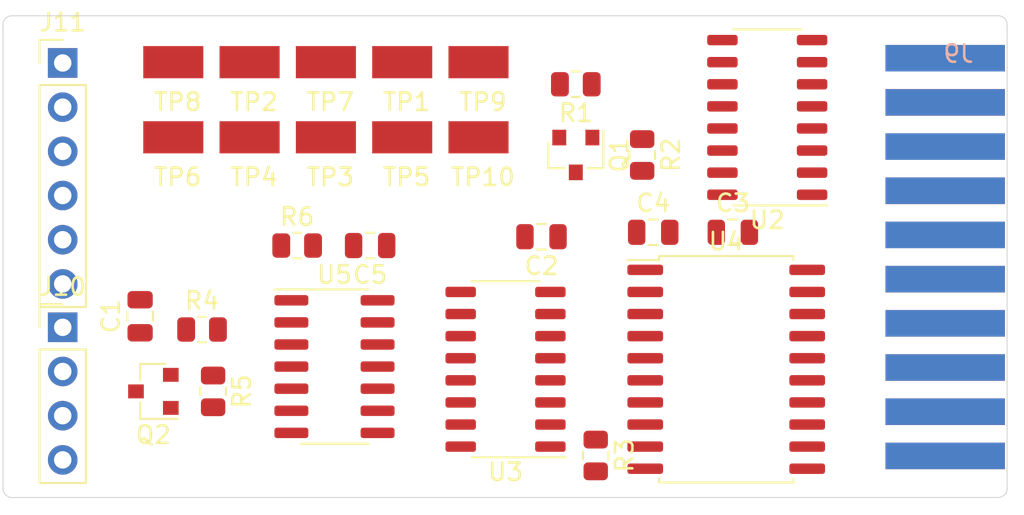
<source format=kicad_pcb>
(kicad_pcb (version 20171130) (host pcbnew "(5.1.7)-1")

  (general
    (thickness 1.6)
    (drawings 8)
    (tracks 0)
    (zones 0)
    (modules 30)
    (nets 48)
  )

  (page A4)
  (layers
    (0 F.Cu signal)
    (31 B.Cu signal)
    (32 B.Adhes user)
    (33 F.Adhes user)
    (34 B.Paste user)
    (35 F.Paste user)
    (36 B.SilkS user)
    (37 F.SilkS user)
    (38 B.Mask user)
    (39 F.Mask user)
    (40 Dwgs.User user hide)
    (41 Cmts.User user)
    (42 Eco1.User user)
    (43 Eco2.User user)
    (44 Edge.Cuts user)
    (45 Margin user)
    (46 B.CrtYd user)
    (47 F.CrtYd user)
    (48 B.Fab user)
    (49 F.Fab user)
  )

  (setup
    (last_trace_width 0.2032)
    (trace_clearance 0.2032)
    (zone_clearance 0.508)
    (zone_45_only no)
    (trace_min 0.2)
    (via_size 0.8)
    (via_drill 0.4)
    (via_min_size 0.4)
    (via_min_drill 0.3)
    (uvia_size 0.3)
    (uvia_drill 0.1)
    (uvias_allowed no)
    (uvia_min_size 0.2)
    (uvia_min_drill 0.1)
    (edge_width 0.05)
    (segment_width 0.2)
    (pcb_text_width 0.3)
    (pcb_text_size 1.5 1.5)
    (mod_edge_width 0.12)
    (mod_text_size 1 1)
    (mod_text_width 0.15)
    (pad_size 1.524 1.524)
    (pad_drill 0.762)
    (pad_to_mask_clearance 0)
    (aux_axis_origin 0 0)
    (visible_elements 7FFFFFFF)
    (pcbplotparams
      (layerselection 0x010fc_ffffffff)
      (usegerberextensions false)
      (usegerberattributes true)
      (usegerberadvancedattributes true)
      (creategerberjobfile true)
      (excludeedgelayer true)
      (linewidth 0.100000)
      (plotframeref false)
      (viasonmask false)
      (mode 1)
      (useauxorigin false)
      (hpglpennumber 1)
      (hpglpenspeed 20)
      (hpglpendiameter 15.000000)
      (psnegative false)
      (psa4output false)
      (plotreference true)
      (plotvalue true)
      (plotinvisibletext false)
      (padsonsilk false)
      (subtractmaskfromsilk false)
      (outputformat 1)
      (mirror false)
      (drillshape 1)
      (scaleselection 1)
      (outputdirectory ""))
  )

  (net 0 "")
  (net 1 GND)
  (net 2 VCC)
  (net 3 /14-VCC)
  (net 4 /244-VCC)
  (net 5 /DC)
  (net 6 /HS-GRN)
  (net 7 /EC-GRN)
  (net 8 /RX)
  (net 9 "Net-(J9-Pad15)")
  (net 10 /AA)
  (net 11 /OH)
  (net 12 /ANS-PB)
  (net 13 /PWR-PB)
  (net 14 /TR)
  (net 15 /CD)
  (net 16 "Net-(J9-Pad6)")
  (net 17 /TX)
  (net 18 /HS-Red)
  (net 19 /EC-Red)
  (net 20 "Net-(J9-Pad2)")
  (net 21 "Net-(J9-Pad1)")
  (net 22 "Net-(J10-Pad3)")
  (net 23 /Latch)
  (net 24 /Ser-Clock)
  (net 25 /Data-In)
  (net 26 "Net-(J11-Pad1)")
  (net 27 "Net-(Q1-Pad1)")
  (net 28 "Net-(Q2-Pad1)")
  (net 29 /Panel-En)
  (net 30 "Net-(R3-Pad1)")
  (net 31 "Net-(R4-Pad2)")
  (net 32 "Net-(R6-Pad1)")
  (net 33 "Net-(TP6-Pad1)")
  (net 34 "Net-(U2-Pad9)")
  (net 35 "Net-(U3-Pad15)")
  (net 36 "Net-(U3-Pad9)")
  (net 37 "Net-(U3-Pad3)")
  (net 38 "Net-(U3-Pad2)")
  (net 39 "Net-(U3-Pad1)")
  (net 40 "Net-(U4-Pad14)")
  (net 41 "Net-(U4-Pad13)")
  (net 42 "Net-(U4-Pad12)")
  (net 43 "Net-(U4-Pad11)")
  (net 44 /SH4)
  (net 45 /SH3)
  (net 46 /SH2)
  (net 47 /SH1)

  (net_class Default "This is the default net class."
    (clearance 0.2032)
    (trace_width 0.2032)
    (via_dia 0.8)
    (via_drill 0.4)
    (uvia_dia 0.3)
    (uvia_drill 0.1)
    (add_net /AA)
    (add_net /ANS-PB)
    (add_net /CD)
    (add_net /DC)
    (add_net /Data-In)
    (add_net /EC-GRN)
    (add_net /EC-Red)
    (add_net /HS-GRN)
    (add_net /HS-Red)
    (add_net /Latch)
    (add_net /OH)
    (add_net /PWR-PB)
    (add_net /Panel-En)
    (add_net /RX)
    (add_net /SH1)
    (add_net /SH2)
    (add_net /SH3)
    (add_net /SH4)
    (add_net /Ser-Clock)
    (add_net /TR)
    (add_net /TX)
    (add_net "Net-(J10-Pad3)")
    (add_net "Net-(J11-Pad1)")
    (add_net "Net-(J9-Pad1)")
    (add_net "Net-(J9-Pad15)")
    (add_net "Net-(J9-Pad2)")
    (add_net "Net-(J9-Pad6)")
    (add_net "Net-(Q1-Pad1)")
    (add_net "Net-(Q2-Pad1)")
    (add_net "Net-(R3-Pad1)")
    (add_net "Net-(R4-Pad2)")
    (add_net "Net-(R6-Pad1)")
    (add_net "Net-(TP6-Pad1)")
    (add_net "Net-(U2-Pad9)")
    (add_net "Net-(U3-Pad1)")
    (add_net "Net-(U3-Pad15)")
    (add_net "Net-(U3-Pad2)")
    (add_net "Net-(U3-Pad3)")
    (add_net "Net-(U3-Pad9)")
    (add_net "Net-(U4-Pad11)")
    (add_net "Net-(U4-Pad12)")
    (add_net "Net-(U4-Pad13)")
    (add_net "Net-(U4-Pad14)")
  )

  (net_class Power ""
    (clearance 0.2032)
    (trace_width 0.3048)
    (via_dia 0.8)
    (via_drill 0.4)
    (uvia_dia 0.3)
    (uvia_drill 0.1)
    (add_net /14-VCC)
    (add_net /244-VCC)
    (add_net GND)
    (add_net VCC)
  )

  (module "My Libraries:Harwin-S1751-46-Test Point" (layer F.Cu) (tedit 5F95BEB0) (tstamp 5F9634DF)
    (at 140.462 76.454)
    (path /5FADEA84)
    (fp_text reference TP10 (at 0.254 2.286) (layer F.SilkS)
      (effects (font (size 1 1) (thickness 0.15)))
    )
    (fp_text value TP_GND2 (at 0 -1.778) (layer F.Fab)
      (effects (font (size 1 1) (thickness 0.15)))
    )
    (pad 1 smd rect (at 0 0) (size 3.45 1.85) (layers F.Cu F.Paste F.Mask)
      (net 1 GND))
  )

  (module "My Libraries:Harwin-S1751-46-Test Point" (layer F.Cu) (tedit 5F95BEB0) (tstamp 5F9634DA)
    (at 140.462 72.136)
    (path /5FADE107)
    (fp_text reference TP9 (at 0.254 2.286) (layer F.SilkS)
      (effects (font (size 1 1) (thickness 0.15)))
    )
    (fp_text value TP_GND1 (at 0 -1.778) (layer F.Fab)
      (effects (font (size 1 1) (thickness 0.15)))
    )
    (pad 1 smd rect (at 0 0) (size 3.45 1.85) (layers F.Cu F.Paste F.Mask)
      (net 1 GND))
  )

  (module Package_SO:SOIC-14_3.9x8.7mm_P1.27mm (layer F.Cu) (tedit 5D9F72B1) (tstamp 5F95CB57)
    (at 132.191592 89.633827)
    (descr "SOIC, 14 Pin (JEDEC MS-012AB, https://www.analog.com/media/en/package-pcb-resources/package/pkg_pdf/soic_narrow-r/r_14.pdf), generated with kicad-footprint-generator ipc_gullwing_generator.py")
    (tags "SOIC SO")
    (path /5FA40302)
    (attr smd)
    (fp_text reference U5 (at 0 -5.28) (layer F.SilkS)
      (effects (font (size 1 1) (thickness 0.15)))
    )
    (fp_text value 74HCT74 (at 0 5.28) (layer F.Fab)
      (effects (font (size 1 1) (thickness 0.15)))
    )
    (fp_text user %R (at 0 0) (layer F.Fab)
      (effects (font (size 0.98 0.98) (thickness 0.15)))
    )
    (fp_line (start 0 4.435) (end 1.95 4.435) (layer F.SilkS) (width 0.12))
    (fp_line (start 0 4.435) (end -1.95 4.435) (layer F.SilkS) (width 0.12))
    (fp_line (start 0 -4.435) (end 1.95 -4.435) (layer F.SilkS) (width 0.12))
    (fp_line (start 0 -4.435) (end -3.45 -4.435) (layer F.SilkS) (width 0.12))
    (fp_line (start -0.975 -4.325) (end 1.95 -4.325) (layer F.Fab) (width 0.1))
    (fp_line (start 1.95 -4.325) (end 1.95 4.325) (layer F.Fab) (width 0.1))
    (fp_line (start 1.95 4.325) (end -1.95 4.325) (layer F.Fab) (width 0.1))
    (fp_line (start -1.95 4.325) (end -1.95 -3.35) (layer F.Fab) (width 0.1))
    (fp_line (start -1.95 -3.35) (end -0.975 -4.325) (layer F.Fab) (width 0.1))
    (fp_line (start -3.7 -4.58) (end -3.7 4.58) (layer F.CrtYd) (width 0.05))
    (fp_line (start -3.7 4.58) (end 3.7 4.58) (layer F.CrtYd) (width 0.05))
    (fp_line (start 3.7 4.58) (end 3.7 -4.58) (layer F.CrtYd) (width 0.05))
    (fp_line (start 3.7 -4.58) (end -3.7 -4.58) (layer F.CrtYd) (width 0.05))
    (pad 14 smd roundrect (at 2.475 -3.81) (size 1.95 0.6) (layers F.Cu F.Paste F.Mask) (roundrect_rratio 0.25)
      (net 3 /14-VCC))
    (pad 13 smd roundrect (at 2.475 -2.54) (size 1.95 0.6) (layers F.Cu F.Paste F.Mask) (roundrect_rratio 0.25))
    (pad 12 smd roundrect (at 2.475 -1.27) (size 1.95 0.6) (layers F.Cu F.Paste F.Mask) (roundrect_rratio 0.25))
    (pad 11 smd roundrect (at 2.475 0) (size 1.95 0.6) (layers F.Cu F.Paste F.Mask) (roundrect_rratio 0.25))
    (pad 10 smd roundrect (at 2.475 1.27) (size 1.95 0.6) (layers F.Cu F.Paste F.Mask) (roundrect_rratio 0.25))
    (pad 9 smd roundrect (at 2.475 2.54) (size 1.95 0.6) (layers F.Cu F.Paste F.Mask) (roundrect_rratio 0.25))
    (pad 8 smd roundrect (at 2.475 3.81) (size 1.95 0.6) (layers F.Cu F.Paste F.Mask) (roundrect_rratio 0.25))
    (pad 7 smd roundrect (at -2.475 3.81) (size 1.95 0.6) (layers F.Cu F.Paste F.Mask) (roundrect_rratio 0.25)
      (net 1 GND))
    (pad 6 smd roundrect (at -2.475 2.54) (size 1.95 0.6) (layers F.Cu F.Paste F.Mask) (roundrect_rratio 0.25)
      (net 33 "Net-(TP6-Pad1)"))
    (pad 5 smd roundrect (at -2.475 1.27) (size 1.95 0.6) (layers F.Cu F.Paste F.Mask) (roundrect_rratio 0.25)
      (net 28 "Net-(Q2-Pad1)"))
    (pad 4 smd roundrect (at -2.475 0) (size 1.95 0.6) (layers F.Cu F.Paste F.Mask) (roundrect_rratio 0.25)
      (net 31 "Net-(R4-Pad2)"))
    (pad 3 smd roundrect (at -2.475 -1.27) (size 1.95 0.6) (layers F.Cu F.Paste F.Mask) (roundrect_rratio 0.25)
      (net 13 /PWR-PB))
    (pad 2 smd roundrect (at -2.475 -2.54) (size 1.95 0.6) (layers F.Cu F.Paste F.Mask) (roundrect_rratio 0.25)
      (net 33 "Net-(TP6-Pad1)"))
    (pad 1 smd roundrect (at -2.475 -3.81) (size 1.95 0.6) (layers F.Cu F.Paste F.Mask) (roundrect_rratio 0.25)
      (net 32 "Net-(R6-Pad1)"))
    (model ${KISYS3DMOD}/Package_SO.3dshapes/SOIC-14_3.9x8.7mm_P1.27mm.wrl
      (at (xyz 0 0 0))
      (scale (xyz 1 1 1))
      (rotate (xyz 0 0 0))
    )
  )

  (module Package_SO:SOIC-20W_7.5x12.8mm_P1.27mm (layer F.Cu) (tedit 5D9F72B1) (tstamp 5F95D3F0)
    (at 154.686 89.789)
    (descr "SOIC, 20 Pin (JEDEC MS-013AC, https://www.analog.com/media/en/package-pcb-resources/package/233848rw_20.pdf), generated with kicad-footprint-generator ipc_gullwing_generator.py")
    (tags "SOIC SO")
    (path /5F77C786)
    (attr smd)
    (fp_text reference U4 (at 0 -7.35) (layer F.SilkS)
      (effects (font (size 1 1) (thickness 0.15)))
    )
    (fp_text value 74HCT245 (at 0 7.35) (layer F.Fab)
      (effects (font (size 1 1) (thickness 0.15)))
    )
    (fp_text user %R (at 0 0) (layer F.Fab)
      (effects (font (size 1 1) (thickness 0.15)))
    )
    (fp_line (start 0 6.51) (end 3.86 6.51) (layer F.SilkS) (width 0.12))
    (fp_line (start 3.86 6.51) (end 3.86 6.275) (layer F.SilkS) (width 0.12))
    (fp_line (start 0 6.51) (end -3.86 6.51) (layer F.SilkS) (width 0.12))
    (fp_line (start -3.86 6.51) (end -3.86 6.275) (layer F.SilkS) (width 0.12))
    (fp_line (start 0 -6.51) (end 3.86 -6.51) (layer F.SilkS) (width 0.12))
    (fp_line (start 3.86 -6.51) (end 3.86 -6.275) (layer F.SilkS) (width 0.12))
    (fp_line (start 0 -6.51) (end -3.86 -6.51) (layer F.SilkS) (width 0.12))
    (fp_line (start -3.86 -6.51) (end -3.86 -6.275) (layer F.SilkS) (width 0.12))
    (fp_line (start -3.86 -6.275) (end -5.675 -6.275) (layer F.SilkS) (width 0.12))
    (fp_line (start -2.75 -6.4) (end 3.75 -6.4) (layer F.Fab) (width 0.1))
    (fp_line (start 3.75 -6.4) (end 3.75 6.4) (layer F.Fab) (width 0.1))
    (fp_line (start 3.75 6.4) (end -3.75 6.4) (layer F.Fab) (width 0.1))
    (fp_line (start -3.75 6.4) (end -3.75 -5.4) (layer F.Fab) (width 0.1))
    (fp_line (start -3.75 -5.4) (end -2.75 -6.4) (layer F.Fab) (width 0.1))
    (fp_line (start -5.93 -6.65) (end -5.93 6.65) (layer F.CrtYd) (width 0.05))
    (fp_line (start -5.93 6.65) (end 5.93 6.65) (layer F.CrtYd) (width 0.05))
    (fp_line (start 5.93 6.65) (end 5.93 -6.65) (layer F.CrtYd) (width 0.05))
    (fp_line (start 5.93 -6.65) (end -5.93 -6.65) (layer F.CrtYd) (width 0.05))
    (pad 20 smd roundrect (at 4.65 -5.715) (size 2.05 0.6) (layers F.Cu F.Paste F.Mask) (roundrect_rratio 0.25)
      (net 4 /244-VCC))
    (pad 19 smd roundrect (at 4.65 -4.445) (size 2.05 0.6) (layers F.Cu F.Paste F.Mask) (roundrect_rratio 0.25)
      (net 1 GND))
    (pad 18 smd roundrect (at 4.65 -3.175) (size 2.05 0.6) (layers F.Cu F.Paste F.Mask) (roundrect_rratio 0.25)
      (net 15 /CD))
    (pad 17 smd roundrect (at 4.65 -1.905) (size 2.05 0.6) (layers F.Cu F.Paste F.Mask) (roundrect_rratio 0.25)
      (net 10 /AA))
    (pad 16 smd roundrect (at 4.65 -0.635) (size 2.05 0.6) (layers F.Cu F.Paste F.Mask) (roundrect_rratio 0.25)
      (net 14 /TR))
    (pad 15 smd roundrect (at 4.65 0.635) (size 2.05 0.6) (layers F.Cu F.Paste F.Mask) (roundrect_rratio 0.25)
      (net 11 /OH))
    (pad 14 smd roundrect (at 4.65 1.905) (size 2.05 0.6) (layers F.Cu F.Paste F.Mask) (roundrect_rratio 0.25)
      (net 40 "Net-(U4-Pad14)"))
    (pad 13 smd roundrect (at 4.65 3.175) (size 2.05 0.6) (layers F.Cu F.Paste F.Mask) (roundrect_rratio 0.25)
      (net 41 "Net-(U4-Pad13)"))
    (pad 12 smd roundrect (at 4.65 4.445) (size 2.05 0.6) (layers F.Cu F.Paste F.Mask) (roundrect_rratio 0.25)
      (net 42 "Net-(U4-Pad12)"))
    (pad 11 smd roundrect (at 4.65 5.715) (size 2.05 0.6) (layers F.Cu F.Paste F.Mask) (roundrect_rratio 0.25)
      (net 43 "Net-(U4-Pad11)"))
    (pad 10 smd roundrect (at -4.65 5.715) (size 2.05 0.6) (layers F.Cu F.Paste F.Mask) (roundrect_rratio 0.25)
      (net 1 GND))
    (pad 9 smd roundrect (at -4.65 4.445) (size 2.05 0.6) (layers F.Cu F.Paste F.Mask) (roundrect_rratio 0.25)
      (net 30 "Net-(R3-Pad1)"))
    (pad 8 smd roundrect (at -4.65 3.175) (size 2.05 0.6) (layers F.Cu F.Paste F.Mask) (roundrect_rratio 0.25)
      (net 30 "Net-(R3-Pad1)"))
    (pad 7 smd roundrect (at -4.65 1.905) (size 2.05 0.6) (layers F.Cu F.Paste F.Mask) (roundrect_rratio 0.25)
      (net 30 "Net-(R3-Pad1)"))
    (pad 6 smd roundrect (at -4.65 0.635) (size 2.05 0.6) (layers F.Cu F.Paste F.Mask) (roundrect_rratio 0.25)
      (net 30 "Net-(R3-Pad1)"))
    (pad 5 smd roundrect (at -4.65 -0.635) (size 2.05 0.6) (layers F.Cu F.Paste F.Mask) (roundrect_rratio 0.25)
      (net 47 /SH1))
    (pad 4 smd roundrect (at -4.65 -1.905) (size 2.05 0.6) (layers F.Cu F.Paste F.Mask) (roundrect_rratio 0.25)
      (net 46 /SH2))
    (pad 3 smd roundrect (at -4.65 -3.175) (size 2.05 0.6) (layers F.Cu F.Paste F.Mask) (roundrect_rratio 0.25)
      (net 45 /SH3))
    (pad 2 smd roundrect (at -4.65 -4.445) (size 2.05 0.6) (layers F.Cu F.Paste F.Mask) (roundrect_rratio 0.25)
      (net 44 /SH4))
    (pad 1 smd roundrect (at -4.65 -5.715) (size 2.05 0.6) (layers F.Cu F.Paste F.Mask) (roundrect_rratio 0.25)
      (net 4 /244-VCC))
    (model ${KISYS3DMOD}/Package_SO.3dshapes/SOIC-20W_7.5x12.8mm_P1.27mm.wrl
      (at (xyz 0 0 0))
      (scale (xyz 1 1 1))
      (rotate (xyz 0 0 0))
    )
  )

  (module Package_SO:SO-16_3.9x9.9mm_P1.27mm (layer F.Cu) (tedit 5E888720) (tstamp 5F95CB0C)
    (at 142.014 89.789 180)
    (descr "SO, 16 Pin (https://www.nxp.com/docs/en/package-information/SOT109-1.pdf), generated with kicad-footprint-generator ipc_gullwing_generator.py")
    (tags "SO SO")
    (path /5FBC1D4F)
    (attr smd)
    (fp_text reference U3 (at 0 -5.9) (layer F.SilkS)
      (effects (font (size 1 1) (thickness 0.15)))
    )
    (fp_text value 74HCT595 (at 0 5.9) (layer F.Fab)
      (effects (font (size 1 1) (thickness 0.15)))
    )
    (fp_text user %R (at 0 0) (layer F.Fab)
      (effects (font (size 0.98 0.98) (thickness 0.15)))
    )
    (fp_line (start 0 5.06) (end 1.95 5.06) (layer F.SilkS) (width 0.12))
    (fp_line (start 0 5.06) (end -1.95 5.06) (layer F.SilkS) (width 0.12))
    (fp_line (start 0 -5.06) (end 1.95 -5.06) (layer F.SilkS) (width 0.12))
    (fp_line (start 0 -5.06) (end -3.45 -5.06) (layer F.SilkS) (width 0.12))
    (fp_line (start -0.975 -4.95) (end 1.95 -4.95) (layer F.Fab) (width 0.1))
    (fp_line (start 1.95 -4.95) (end 1.95 4.95) (layer F.Fab) (width 0.1))
    (fp_line (start 1.95 4.95) (end -1.95 4.95) (layer F.Fab) (width 0.1))
    (fp_line (start -1.95 4.95) (end -1.95 -3.975) (layer F.Fab) (width 0.1))
    (fp_line (start -1.95 -3.975) (end -0.975 -4.95) (layer F.Fab) (width 0.1))
    (fp_line (start -3.7 -5.2) (end -3.7 5.2) (layer F.CrtYd) (width 0.05))
    (fp_line (start -3.7 5.2) (end 3.7 5.2) (layer F.CrtYd) (width 0.05))
    (fp_line (start 3.7 5.2) (end 3.7 -5.2) (layer F.CrtYd) (width 0.05))
    (fp_line (start 3.7 -5.2) (end -3.7 -5.2) (layer F.CrtYd) (width 0.05))
    (pad 16 smd roundrect (at 2.575 -4.445 180) (size 1.75 0.6) (layers F.Cu F.Paste F.Mask) (roundrect_rratio 0.25)
      (net 2 VCC))
    (pad 15 smd roundrect (at 2.575 -3.175 180) (size 1.75 0.6) (layers F.Cu F.Paste F.Mask) (roundrect_rratio 0.25)
      (net 35 "Net-(U3-Pad15)"))
    (pad 14 smd roundrect (at 2.575 -1.905 180) (size 1.75 0.6) (layers F.Cu F.Paste F.Mask) (roundrect_rratio 0.25)
      (net 34 "Net-(U2-Pad9)"))
    (pad 13 smd roundrect (at 2.575 -0.635 180) (size 1.75 0.6) (layers F.Cu F.Paste F.Mask) (roundrect_rratio 0.25)
      (net 1 GND))
    (pad 12 smd roundrect (at 2.575 0.635 180) (size 1.75 0.6) (layers F.Cu F.Paste F.Mask) (roundrect_rratio 0.25)
      (net 23 /Latch))
    (pad 11 smd roundrect (at 2.575 1.905 180) (size 1.75 0.6) (layers F.Cu F.Paste F.Mask) (roundrect_rratio 0.25)
      (net 24 /Ser-Clock))
    (pad 10 smd roundrect (at 2.575 3.175 180) (size 1.75 0.6) (layers F.Cu F.Paste F.Mask) (roundrect_rratio 0.25)
      (net 2 VCC))
    (pad 9 smd roundrect (at 2.575 4.445 180) (size 1.75 0.6) (layers F.Cu F.Paste F.Mask) (roundrect_rratio 0.25)
      (net 36 "Net-(U3-Pad9)"))
    (pad 8 smd roundrect (at -2.575 4.445 180) (size 1.75 0.6) (layers F.Cu F.Paste F.Mask) (roundrect_rratio 0.25)
      (net 1 GND))
    (pad 7 smd roundrect (at -2.575 3.175 180) (size 1.75 0.6) (layers F.Cu F.Paste F.Mask) (roundrect_rratio 0.25)
      (net 44 /SH4))
    (pad 6 smd roundrect (at -2.575 1.905 180) (size 1.75 0.6) (layers F.Cu F.Paste F.Mask) (roundrect_rratio 0.25)
      (net 45 /SH3))
    (pad 5 smd roundrect (at -2.575 0.635 180) (size 1.75 0.6) (layers F.Cu F.Paste F.Mask) (roundrect_rratio 0.25)
      (net 46 /SH2))
    (pad 4 smd roundrect (at -2.575 -0.635 180) (size 1.75 0.6) (layers F.Cu F.Paste F.Mask) (roundrect_rratio 0.25)
      (net 47 /SH1))
    (pad 3 smd roundrect (at -2.575 -1.905 180) (size 1.75 0.6) (layers F.Cu F.Paste F.Mask) (roundrect_rratio 0.25)
      (net 37 "Net-(U3-Pad3)"))
    (pad 2 smd roundrect (at -2.575 -3.175 180) (size 1.75 0.6) (layers F.Cu F.Paste F.Mask) (roundrect_rratio 0.25)
      (net 38 "Net-(U3-Pad2)"))
    (pad 1 smd roundrect (at -2.575 -4.445 180) (size 1.75 0.6) (layers F.Cu F.Paste F.Mask) (roundrect_rratio 0.25)
      (net 39 "Net-(U3-Pad1)"))
    (model ${KISYS3DMOD}/Package_SO.3dshapes/SO-16_3.9x9.9mm_P1.27mm.wrl
      (at (xyz 0 0 0))
      (scale (xyz 1 1 1))
      (rotate (xyz 0 0 0))
    )
  )

  (module Package_SO:SO-16_3.9x9.9mm_P1.27mm (layer F.Cu) (tedit 5E888720) (tstamp 5F95CAEA)
    (at 157.043 75.311 180)
    (descr "SO, 16 Pin (https://www.nxp.com/docs/en/package-information/SOT109-1.pdf), generated with kicad-footprint-generator ipc_gullwing_generator.py")
    (tags "SO SO")
    (path /5F77A4B5)
    (attr smd)
    (fp_text reference U2 (at 0 -5.9) (layer F.SilkS)
      (effects (font (size 1 1) (thickness 0.15)))
    )
    (fp_text value 74HCT595 (at 0 5.9) (layer F.Fab)
      (effects (font (size 1 1) (thickness 0.15)))
    )
    (fp_text user %R (at 0 0) (layer F.Fab)
      (effects (font (size 0.98 0.98) (thickness 0.15)))
    )
    (fp_line (start 0 5.06) (end 1.95 5.06) (layer F.SilkS) (width 0.12))
    (fp_line (start 0 5.06) (end -1.95 5.06) (layer F.SilkS) (width 0.12))
    (fp_line (start 0 -5.06) (end 1.95 -5.06) (layer F.SilkS) (width 0.12))
    (fp_line (start 0 -5.06) (end -3.45 -5.06) (layer F.SilkS) (width 0.12))
    (fp_line (start -0.975 -4.95) (end 1.95 -4.95) (layer F.Fab) (width 0.1))
    (fp_line (start 1.95 -4.95) (end 1.95 4.95) (layer F.Fab) (width 0.1))
    (fp_line (start 1.95 4.95) (end -1.95 4.95) (layer F.Fab) (width 0.1))
    (fp_line (start -1.95 4.95) (end -1.95 -3.975) (layer F.Fab) (width 0.1))
    (fp_line (start -1.95 -3.975) (end -0.975 -4.95) (layer F.Fab) (width 0.1))
    (fp_line (start -3.7 -5.2) (end -3.7 5.2) (layer F.CrtYd) (width 0.05))
    (fp_line (start -3.7 5.2) (end 3.7 5.2) (layer F.CrtYd) (width 0.05))
    (fp_line (start 3.7 5.2) (end 3.7 -5.2) (layer F.CrtYd) (width 0.05))
    (fp_line (start 3.7 -5.2) (end -3.7 -5.2) (layer F.CrtYd) (width 0.05))
    (pad 16 smd roundrect (at 2.575 -4.445 180) (size 1.75 0.6) (layers F.Cu F.Paste F.Mask) (roundrect_rratio 0.25)
      (net 2 VCC))
    (pad 15 smd roundrect (at 2.575 -3.175 180) (size 1.75 0.6) (layers F.Cu F.Paste F.Mask) (roundrect_rratio 0.25)
      (net 29 /Panel-En))
    (pad 14 smd roundrect (at 2.575 -1.905 180) (size 1.75 0.6) (layers F.Cu F.Paste F.Mask) (roundrect_rratio 0.25)
      (net 25 /Data-In))
    (pad 13 smd roundrect (at 2.575 -0.635 180) (size 1.75 0.6) (layers F.Cu F.Paste F.Mask) (roundrect_rratio 0.25)
      (net 1 GND))
    (pad 12 smd roundrect (at 2.575 0.635 180) (size 1.75 0.6) (layers F.Cu F.Paste F.Mask) (roundrect_rratio 0.25)
      (net 23 /Latch))
    (pad 11 smd roundrect (at 2.575 1.905 180) (size 1.75 0.6) (layers F.Cu F.Paste F.Mask) (roundrect_rratio 0.25)
      (net 24 /Ser-Clock))
    (pad 10 smd roundrect (at 2.575 3.175 180) (size 1.75 0.6) (layers F.Cu F.Paste F.Mask) (roundrect_rratio 0.25)
      (net 2 VCC))
    (pad 9 smd roundrect (at 2.575 4.445 180) (size 1.75 0.6) (layers F.Cu F.Paste F.Mask) (roundrect_rratio 0.25)
      (net 34 "Net-(U2-Pad9)"))
    (pad 8 smd roundrect (at -2.575 4.445 180) (size 1.75 0.6) (layers F.Cu F.Paste F.Mask) (roundrect_rratio 0.25)
      (net 1 GND))
    (pad 7 smd roundrect (at -2.575 3.175 180) (size 1.75 0.6) (layers F.Cu F.Paste F.Mask) (roundrect_rratio 0.25)
      (net 5 /DC))
    (pad 6 smd roundrect (at -2.575 1.905 180) (size 1.75 0.6) (layers F.Cu F.Paste F.Mask) (roundrect_rratio 0.25)
      (net 19 /EC-Red))
    (pad 5 smd roundrect (at -2.575 0.635 180) (size 1.75 0.6) (layers F.Cu F.Paste F.Mask) (roundrect_rratio 0.25)
      (net 6 /HS-GRN))
    (pad 4 smd roundrect (at -2.575 -0.635 180) (size 1.75 0.6) (layers F.Cu F.Paste F.Mask) (roundrect_rratio 0.25)
      (net 18 /HS-Red))
    (pad 3 smd roundrect (at -2.575 -1.905 180) (size 1.75 0.6) (layers F.Cu F.Paste F.Mask) (roundrect_rratio 0.25)
      (net 7 /EC-GRN))
    (pad 2 smd roundrect (at -2.575 -3.175 180) (size 1.75 0.6) (layers F.Cu F.Paste F.Mask) (roundrect_rratio 0.25)
      (net 8 /RX))
    (pad 1 smd roundrect (at -2.575 -4.445 180) (size 1.75 0.6) (layers F.Cu F.Paste F.Mask) (roundrect_rratio 0.25)
      (net 17 /TX))
    (model ${KISYS3DMOD}/Package_SO.3dshapes/SO-16_3.9x9.9mm_P1.27mm.wrl
      (at (xyz 0 0 0))
      (scale (xyz 1 1 1))
      (rotate (xyz 0 0 0))
    )
  )

  (module "My Libraries:Harwin-S1751-46-Test Point" (layer F.Cu) (tedit 5F95BEB0) (tstamp 5F962DCB)
    (at 122.936 72.136)
    (path /5FB23FA3)
    (fp_text reference TP8 (at 0.254 2.286) (layer F.SilkS)
      (effects (font (size 1 1) (thickness 0.15)))
    )
    (fp_text value TP_VCC (at 0 -1.778) (layer F.Fab)
      (effects (font (size 1 1) (thickness 0.15)))
    )
    (pad 1 smd rect (at 0 0) (size 3.45 1.85) (layers F.Cu F.Paste F.Mask)
      (net 2 VCC))
  )

  (module "My Libraries:Harwin-S1751-46-Test Point" (layer F.Cu) (tedit 5F95BEB0) (tstamp 5F95CAC3)
    (at 131.699 72.136)
    (path /5FB25055)
    (fp_text reference TP7 (at 0.254 2.286) (layer F.SilkS)
      (effects (font (size 1 1) (thickness 0.15)))
    )
    (fp_text value TP_14_VCC (at 0 -1.778) (layer F.Fab)
      (effects (font (size 1 1) (thickness 0.15)))
    )
    (pad 1 smd rect (at 0 0) (size 3.45 1.85) (layers F.Cu F.Paste F.Mask)
      (net 3 /14-VCC))
  )

  (module "My Libraries:Harwin-S1751-46-Test Point" (layer F.Cu) (tedit 5F95BEB0) (tstamp 5F962DB3)
    (at 122.936 76.454)
    (path /5FB1CAD2)
    (fp_text reference TP6 (at 0.254 2.286) (layer F.SilkS)
      (effects (font (size 1 1) (thickness 0.15)))
    )
    (fp_text value TP_74_Data (at 0 -1.778) (layer F.Fab)
      (effects (font (size 1 1) (thickness 0.15)))
    )
    (pad 1 smd rect (at 0 0) (size 3.45 1.85) (layers F.Cu F.Paste F.Mask)
      (net 33 "Net-(TP6-Pad1)"))
  )

  (module "My Libraries:Harwin-S1751-46-Test Point" (layer F.Cu) (tedit 5F95BEB0) (tstamp 5F95CAB9)
    (at 136.0805 76.454)
    (path /5F8355B8)
    (fp_text reference TP5 (at 0.254 2.286) (layer F.SilkS)
      (effects (font (size 1 1) (thickness 0.15)))
    )
    (fp_text value Latch (at 0 -1.778) (layer F.Fab)
      (effects (font (size 1 1) (thickness 0.15)))
    )
    (pad 1 smd rect (at 0 0) (size 3.45 1.85) (layers F.Cu F.Paste F.Mask)
      (net 23 /Latch))
  )

  (module "My Libraries:Harwin-S1751-46-Test Point" (layer F.Cu) (tedit 5F95BEB0) (tstamp 5F962DA7)
    (at 127.3175 76.454)
    (path /5F835151)
    (fp_text reference TP4 (at 0.254 2.286) (layer F.SilkS)
      (effects (font (size 1 1) (thickness 0.15)))
    )
    (fp_text value Clock (at 0 -1.778) (layer F.Fab)
      (effects (font (size 1 1) (thickness 0.15)))
    )
    (pad 1 smd rect (at 0 0) (size 3.45 1.85) (layers F.Cu F.Paste F.Mask)
      (net 24 /Ser-Clock))
  )

  (module "My Libraries:Harwin-S1751-46-Test Point" (layer F.Cu) (tedit 5F95BEB0) (tstamp 5F95CAAF)
    (at 131.699 76.454)
    (path /5F834004)
    (fp_text reference TP3 (at 0.254 2.286) (layer F.SilkS)
      (effects (font (size 1 1) (thickness 0.15)))
    )
    (fp_text value Data (at 0 -1.778) (layer F.Fab)
      (effects (font (size 1 1) (thickness 0.15)))
    )
    (pad 1 smd rect (at 0 0) (size 3.45 1.85) (layers F.Cu F.Paste F.Mask)
      (net 25 /Data-In))
  )

  (module "My Libraries:Harwin-S1751-46-Test Point" (layer F.Cu) (tedit 5F95BEB0) (tstamp 5F962DBF)
    (at 127.3175 72.136)
    (path /5FB52BDD)
    (fp_text reference TP2 (at 0.254 2.286) (layer F.SilkS)
      (effects (font (size 1 1) (thickness 0.15)))
    )
    (fp_text value TP_244_VCC (at 0 -1.778) (layer F.Fab)
      (effects (font (size 1 1) (thickness 0.15)))
    )
    (pad 1 smd rect (at 0 0) (size 3.45 1.85) (layers F.Cu F.Paste F.Mask)
      (net 4 /244-VCC))
  )

  (module "My Libraries:Harwin-S1751-46-Test Point" (layer F.Cu) (tedit 5F95BEB0) (tstamp 5F95CAA5)
    (at 136.0805 72.136)
    (path /5FB54A70)
    (fp_text reference TP1 (at 0.254 2.286) (layer F.SilkS)
      (effects (font (size 1 1) (thickness 0.15)))
    )
    (fp_text value TP_Panel_EN (at 0 -1.778) (layer F.Fab)
      (effects (font (size 1 1) (thickness 0.15)))
    )
    (pad 1 smd rect (at 0 0) (size 3.45 1.85) (layers F.Cu F.Paste F.Mask)
      (net 27 "Net-(Q1-Pad1)"))
  )

  (module Resistor_SMD:R_0805_2012Metric (layer F.Cu) (tedit 5F68FEEE) (tstamp 5F95CAA0)
    (at 130.048 82.677)
    (descr "Resistor SMD 0805 (2012 Metric), square (rectangular) end terminal, IPC_7351 nominal, (Body size source: IPC-SM-782 page 72, https://www.pcb-3d.com/wordpress/wp-content/uploads/ipc-sm-782a_amendment_1_and_2.pdf), generated with kicad-footprint-generator")
    (tags resistor)
    (path /5FABAB71)
    (attr smd)
    (fp_text reference R6 (at 0 -1.65) (layer F.SilkS)
      (effects (font (size 1 1) (thickness 0.15)))
    )
    (fp_text value 4k7 (at 0 1.65) (layer F.Fab)
      (effects (font (size 1 1) (thickness 0.15)))
    )
    (fp_text user %R (at 0 0) (layer F.Fab)
      (effects (font (size 0.5 0.5) (thickness 0.08)))
    )
    (fp_line (start -1 0.625) (end -1 -0.625) (layer F.Fab) (width 0.1))
    (fp_line (start -1 -0.625) (end 1 -0.625) (layer F.Fab) (width 0.1))
    (fp_line (start 1 -0.625) (end 1 0.625) (layer F.Fab) (width 0.1))
    (fp_line (start 1 0.625) (end -1 0.625) (layer F.Fab) (width 0.1))
    (fp_line (start -0.227064 -0.735) (end 0.227064 -0.735) (layer F.SilkS) (width 0.12))
    (fp_line (start -0.227064 0.735) (end 0.227064 0.735) (layer F.SilkS) (width 0.12))
    (fp_line (start -1.68 0.95) (end -1.68 -0.95) (layer F.CrtYd) (width 0.05))
    (fp_line (start -1.68 -0.95) (end 1.68 -0.95) (layer F.CrtYd) (width 0.05))
    (fp_line (start 1.68 -0.95) (end 1.68 0.95) (layer F.CrtYd) (width 0.05))
    (fp_line (start 1.68 0.95) (end -1.68 0.95) (layer F.CrtYd) (width 0.05))
    (pad 2 smd roundrect (at 0.9125 0) (size 1.025 1.4) (layers F.Cu F.Paste F.Mask) (roundrect_rratio 0.243902)
      (net 3 /14-VCC))
    (pad 1 smd roundrect (at -0.9125 0) (size 1.025 1.4) (layers F.Cu F.Paste F.Mask) (roundrect_rratio 0.243902)
      (net 32 "Net-(R6-Pad1)"))
    (model ${KISYS3DMOD}/Resistor_SMD.3dshapes/R_0805_2012Metric.wrl
      (at (xyz 0 0 0))
      (scale (xyz 1 1 1))
      (rotate (xyz 0 0 0))
    )
  )

  (module Resistor_SMD:R_0805_2012Metric (layer F.Cu) (tedit 5F68FEEE) (tstamp 5F95CA8F)
    (at 125.221999 91.059 270)
    (descr "Resistor SMD 0805 (2012 Metric), square (rectangular) end terminal, IPC_7351 nominal, (Body size source: IPC-SM-782 page 72, https://www.pcb-3d.com/wordpress/wp-content/uploads/ipc-sm-782a_amendment_1_and_2.pdf), generated with kicad-footprint-generator")
    (tags resistor)
    (path /5FA45DEA)
    (attr smd)
    (fp_text reference R5 (at 0 -1.65 90) (layer F.SilkS)
      (effects (font (size 1 1) (thickness 0.15)))
    )
    (fp_text value 4k7 (at 0 1.65 90) (layer F.Fab)
      (effects (font (size 1 1) (thickness 0.15)))
    )
    (fp_text user %R (at 0 0 90) (layer F.Fab)
      (effects (font (size 0.5 0.5) (thickness 0.08)))
    )
    (fp_line (start -1 0.625) (end -1 -0.625) (layer F.Fab) (width 0.1))
    (fp_line (start -1 -0.625) (end 1 -0.625) (layer F.Fab) (width 0.1))
    (fp_line (start 1 -0.625) (end 1 0.625) (layer F.Fab) (width 0.1))
    (fp_line (start 1 0.625) (end -1 0.625) (layer F.Fab) (width 0.1))
    (fp_line (start -0.227064 -0.735) (end 0.227064 -0.735) (layer F.SilkS) (width 0.12))
    (fp_line (start -0.227064 0.735) (end 0.227064 0.735) (layer F.SilkS) (width 0.12))
    (fp_line (start -1.68 0.95) (end -1.68 -0.95) (layer F.CrtYd) (width 0.05))
    (fp_line (start -1.68 -0.95) (end 1.68 -0.95) (layer F.CrtYd) (width 0.05))
    (fp_line (start 1.68 -0.95) (end 1.68 0.95) (layer F.CrtYd) (width 0.05))
    (fp_line (start 1.68 0.95) (end -1.68 0.95) (layer F.CrtYd) (width 0.05))
    (pad 2 smd roundrect (at 0.9125 0 270) (size 1.025 1.4) (layers F.Cu F.Paste F.Mask) (roundrect_rratio 0.243902)
      (net 28 "Net-(Q2-Pad1)"))
    (pad 1 smd roundrect (at -0.9125 0 270) (size 1.025 1.4) (layers F.Cu F.Paste F.Mask) (roundrect_rratio 0.243902)
      (net 3 /14-VCC))
    (model ${KISYS3DMOD}/Resistor_SMD.3dshapes/R_0805_2012Metric.wrl
      (at (xyz 0 0 0))
      (scale (xyz 1 1 1))
      (rotate (xyz 0 0 0))
    )
  )

  (module Resistor_SMD:R_0805_2012Metric (layer F.Cu) (tedit 5F68FEEE) (tstamp 5F95CA7E)
    (at 124.587 87.503)
    (descr "Resistor SMD 0805 (2012 Metric), square (rectangular) end terminal, IPC_7351 nominal, (Body size source: IPC-SM-782 page 72, https://www.pcb-3d.com/wordpress/wp-content/uploads/ipc-sm-782a_amendment_1_and_2.pdf), generated with kicad-footprint-generator")
    (tags resistor)
    (path /5FAEA1BD)
    (attr smd)
    (fp_text reference R4 (at 0 -1.65) (layer F.SilkS)
      (effects (font (size 1 1) (thickness 0.15)))
    )
    (fp_text value 4k7 (at 0 1.65) (layer F.Fab)
      (effects (font (size 1 1) (thickness 0.15)))
    )
    (fp_text user %R (at 0 0) (layer F.Fab)
      (effects (font (size 0.5 0.5) (thickness 0.08)))
    )
    (fp_line (start -1 0.625) (end -1 -0.625) (layer F.Fab) (width 0.1))
    (fp_line (start -1 -0.625) (end 1 -0.625) (layer F.Fab) (width 0.1))
    (fp_line (start 1 -0.625) (end 1 0.625) (layer F.Fab) (width 0.1))
    (fp_line (start 1 0.625) (end -1 0.625) (layer F.Fab) (width 0.1))
    (fp_line (start -0.227064 -0.735) (end 0.227064 -0.735) (layer F.SilkS) (width 0.12))
    (fp_line (start -0.227064 0.735) (end 0.227064 0.735) (layer F.SilkS) (width 0.12))
    (fp_line (start -1.68 0.95) (end -1.68 -0.95) (layer F.CrtYd) (width 0.05))
    (fp_line (start -1.68 -0.95) (end 1.68 -0.95) (layer F.CrtYd) (width 0.05))
    (fp_line (start 1.68 -0.95) (end 1.68 0.95) (layer F.CrtYd) (width 0.05))
    (fp_line (start 1.68 0.95) (end -1.68 0.95) (layer F.CrtYd) (width 0.05))
    (pad 2 smd roundrect (at 0.9125 0) (size 1.025 1.4) (layers F.Cu F.Paste F.Mask) (roundrect_rratio 0.243902)
      (net 31 "Net-(R4-Pad2)"))
    (pad 1 smd roundrect (at -0.9125 0) (size 1.025 1.4) (layers F.Cu F.Paste F.Mask) (roundrect_rratio 0.243902)
      (net 3 /14-VCC))
    (model ${KISYS3DMOD}/Resistor_SMD.3dshapes/R_0805_2012Metric.wrl
      (at (xyz 0 0 0))
      (scale (xyz 1 1 1))
      (rotate (xyz 0 0 0))
    )
  )

  (module Resistor_SMD:R_0805_2012Metric (layer F.Cu) (tedit 5F68FEEE) (tstamp 5F95CA6D)
    (at 147.193 94.742 270)
    (descr "Resistor SMD 0805 (2012 Metric), square (rectangular) end terminal, IPC_7351 nominal, (Body size source: IPC-SM-782 page 72, https://www.pcb-3d.com/wordpress/wp-content/uploads/ipc-sm-782a_amendment_1_and_2.pdf), generated with kicad-footprint-generator")
    (tags resistor)
    (path /5F7AB8EB)
    (attr smd)
    (fp_text reference R3 (at 0 -1.65 90) (layer F.SilkS)
      (effects (font (size 1 1) (thickness 0.15)))
    )
    (fp_text value 4k7 (at 0 1.65 90) (layer F.Fab)
      (effects (font (size 1 1) (thickness 0.15)))
    )
    (fp_text user %R (at 0 0 90) (layer F.Fab)
      (effects (font (size 0.5 0.5) (thickness 0.08)))
    )
    (fp_line (start -1 0.625) (end -1 -0.625) (layer F.Fab) (width 0.1))
    (fp_line (start -1 -0.625) (end 1 -0.625) (layer F.Fab) (width 0.1))
    (fp_line (start 1 -0.625) (end 1 0.625) (layer F.Fab) (width 0.1))
    (fp_line (start 1 0.625) (end -1 0.625) (layer F.Fab) (width 0.1))
    (fp_line (start -0.227064 -0.735) (end 0.227064 -0.735) (layer F.SilkS) (width 0.12))
    (fp_line (start -0.227064 0.735) (end 0.227064 0.735) (layer F.SilkS) (width 0.12))
    (fp_line (start -1.68 0.95) (end -1.68 -0.95) (layer F.CrtYd) (width 0.05))
    (fp_line (start -1.68 -0.95) (end 1.68 -0.95) (layer F.CrtYd) (width 0.05))
    (fp_line (start 1.68 -0.95) (end 1.68 0.95) (layer F.CrtYd) (width 0.05))
    (fp_line (start 1.68 0.95) (end -1.68 0.95) (layer F.CrtYd) (width 0.05))
    (pad 2 smd roundrect (at 0.9125 0 270) (size 1.025 1.4) (layers F.Cu F.Paste F.Mask) (roundrect_rratio 0.243902)
      (net 1 GND))
    (pad 1 smd roundrect (at -0.9125 0 270) (size 1.025 1.4) (layers F.Cu F.Paste F.Mask) (roundrect_rratio 0.243902)
      (net 30 "Net-(R3-Pad1)"))
    (model ${KISYS3DMOD}/Resistor_SMD.3dshapes/R_0805_2012Metric.wrl
      (at (xyz 0 0 0))
      (scale (xyz 1 1 1))
      (rotate (xyz 0 0 0))
    )
  )

  (module Resistor_SMD:R_0805_2012Metric (layer F.Cu) (tedit 5F68FEEE) (tstamp 5F95CA5C)
    (at 149.86 77.47 270)
    (descr "Resistor SMD 0805 (2012 Metric), square (rectangular) end terminal, IPC_7351 nominal, (Body size source: IPC-SM-782 page 72, https://www.pcb-3d.com/wordpress/wp-content/uploads/ipc-sm-782a_amendment_1_and_2.pdf), generated with kicad-footprint-generator")
    (tags resistor)
    (path /5F860BF9)
    (attr smd)
    (fp_text reference R2 (at 0 -1.65 90) (layer F.SilkS)
      (effects (font (size 1 1) (thickness 0.15)))
    )
    (fp_text value 1k (at 0 1.65 90) (layer F.Fab)
      (effects (font (size 1 1) (thickness 0.15)))
    )
    (fp_text user %R (at 0 0 90) (layer F.Fab)
      (effects (font (size 0.5 0.5) (thickness 0.08)))
    )
    (fp_line (start -1 0.625) (end -1 -0.625) (layer F.Fab) (width 0.1))
    (fp_line (start -1 -0.625) (end 1 -0.625) (layer F.Fab) (width 0.1))
    (fp_line (start 1 -0.625) (end 1 0.625) (layer F.Fab) (width 0.1))
    (fp_line (start 1 0.625) (end -1 0.625) (layer F.Fab) (width 0.1))
    (fp_line (start -0.227064 -0.735) (end 0.227064 -0.735) (layer F.SilkS) (width 0.12))
    (fp_line (start -0.227064 0.735) (end 0.227064 0.735) (layer F.SilkS) (width 0.12))
    (fp_line (start -1.68 0.95) (end -1.68 -0.95) (layer F.CrtYd) (width 0.05))
    (fp_line (start -1.68 -0.95) (end 1.68 -0.95) (layer F.CrtYd) (width 0.05))
    (fp_line (start 1.68 -0.95) (end 1.68 0.95) (layer F.CrtYd) (width 0.05))
    (fp_line (start 1.68 0.95) (end -1.68 0.95) (layer F.CrtYd) (width 0.05))
    (pad 2 smd roundrect (at 0.9125 0 270) (size 1.025 1.4) (layers F.Cu F.Paste F.Mask) (roundrect_rratio 0.243902)
      (net 29 /Panel-En))
    (pad 1 smd roundrect (at -0.9125 0 270) (size 1.025 1.4) (layers F.Cu F.Paste F.Mask) (roundrect_rratio 0.243902)
      (net 27 "Net-(Q1-Pad1)"))
    (model ${KISYS3DMOD}/Resistor_SMD.3dshapes/R_0805_2012Metric.wrl
      (at (xyz 0 0 0))
      (scale (xyz 1 1 1))
      (rotate (xyz 0 0 0))
    )
  )

  (module Resistor_SMD:R_0805_2012Metric (layer F.Cu) (tedit 5F68FEEE) (tstamp 5F95CA4B)
    (at 146.05 73.406 180)
    (descr "Resistor SMD 0805 (2012 Metric), square (rectangular) end terminal, IPC_7351 nominal, (Body size source: IPC-SM-782 page 72, https://www.pcb-3d.com/wordpress/wp-content/uploads/ipc-sm-782a_amendment_1_and_2.pdf), generated with kicad-footprint-generator")
    (tags resistor)
    (path /5F87C328)
    (attr smd)
    (fp_text reference R1 (at 0 -1.65) (layer F.SilkS)
      (effects (font (size 1 1) (thickness 0.15)))
    )
    (fp_text value 4k7 (at 0 1.65) (layer F.Fab)
      (effects (font (size 1 1) (thickness 0.15)))
    )
    (fp_text user %R (at 0 0) (layer F.Fab)
      (effects (font (size 0.5 0.5) (thickness 0.08)))
    )
    (fp_line (start -1 0.625) (end -1 -0.625) (layer F.Fab) (width 0.1))
    (fp_line (start -1 -0.625) (end 1 -0.625) (layer F.Fab) (width 0.1))
    (fp_line (start 1 -0.625) (end 1 0.625) (layer F.Fab) (width 0.1))
    (fp_line (start 1 0.625) (end -1 0.625) (layer F.Fab) (width 0.1))
    (fp_line (start -0.227064 -0.735) (end 0.227064 -0.735) (layer F.SilkS) (width 0.12))
    (fp_line (start -0.227064 0.735) (end 0.227064 0.735) (layer F.SilkS) (width 0.12))
    (fp_line (start -1.68 0.95) (end -1.68 -0.95) (layer F.CrtYd) (width 0.05))
    (fp_line (start -1.68 -0.95) (end 1.68 -0.95) (layer F.CrtYd) (width 0.05))
    (fp_line (start 1.68 -0.95) (end 1.68 0.95) (layer F.CrtYd) (width 0.05))
    (fp_line (start 1.68 0.95) (end -1.68 0.95) (layer F.CrtYd) (width 0.05))
    (pad 2 smd roundrect (at 0.9125 0 180) (size 1.025 1.4) (layers F.Cu F.Paste F.Mask) (roundrect_rratio 0.243902)
      (net 2 VCC))
    (pad 1 smd roundrect (at -0.9125 0 180) (size 1.025 1.4) (layers F.Cu F.Paste F.Mask) (roundrect_rratio 0.243902)
      (net 27 "Net-(Q1-Pad1)"))
    (model ${KISYS3DMOD}/Resistor_SMD.3dshapes/R_0805_2012Metric.wrl
      (at (xyz 0 0 0))
      (scale (xyz 1 1 1))
      (rotate (xyz 0 0 0))
    )
  )

  (module Package_TO_SOT_SMD:SOT-23 (layer F.Cu) (tedit 5A02FF57) (tstamp 5F95CA3A)
    (at 121.793 91.059 180)
    (descr "SOT-23, Standard")
    (tags SOT-23)
    (path /5FA44B31)
    (attr smd)
    (fp_text reference Q2 (at 0 -2.5) (layer F.SilkS)
      (effects (font (size 1 1) (thickness 0.15)))
    )
    (fp_text value P-NMOS (at 0 2.5) (layer F.Fab)
      (effects (font (size 1 1) (thickness 0.15)))
    )
    (fp_text user %R (at 0 0 90) (layer F.Fab)
      (effects (font (size 0.5 0.5) (thickness 0.075)))
    )
    (fp_line (start -0.7 -0.95) (end -0.7 1.5) (layer F.Fab) (width 0.1))
    (fp_line (start -0.15 -1.52) (end 0.7 -1.52) (layer F.Fab) (width 0.1))
    (fp_line (start -0.7 -0.95) (end -0.15 -1.52) (layer F.Fab) (width 0.1))
    (fp_line (start 0.7 -1.52) (end 0.7 1.52) (layer F.Fab) (width 0.1))
    (fp_line (start -0.7 1.52) (end 0.7 1.52) (layer F.Fab) (width 0.1))
    (fp_line (start 0.76 1.58) (end 0.76 0.65) (layer F.SilkS) (width 0.12))
    (fp_line (start 0.76 -1.58) (end 0.76 -0.65) (layer F.SilkS) (width 0.12))
    (fp_line (start -1.7 -1.75) (end 1.7 -1.75) (layer F.CrtYd) (width 0.05))
    (fp_line (start 1.7 -1.75) (end 1.7 1.75) (layer F.CrtYd) (width 0.05))
    (fp_line (start 1.7 1.75) (end -1.7 1.75) (layer F.CrtYd) (width 0.05))
    (fp_line (start -1.7 1.75) (end -1.7 -1.75) (layer F.CrtYd) (width 0.05))
    (fp_line (start 0.76 -1.58) (end -1.4 -1.58) (layer F.SilkS) (width 0.12))
    (fp_line (start 0.76 1.58) (end -0.7 1.58) (layer F.SilkS) (width 0.12))
    (pad 3 smd rect (at 1 0 180) (size 0.9 0.8) (layers F.Cu F.Paste F.Mask)
      (net 2 VCC))
    (pad 2 smd rect (at -1 0.95 180) (size 0.9 0.8) (layers F.Cu F.Paste F.Mask)
      (net 3 /14-VCC))
    (pad 1 smd rect (at -1 -0.95 180) (size 0.9 0.8) (layers F.Cu F.Paste F.Mask)
      (net 28 "Net-(Q2-Pad1)"))
    (model ${KISYS3DMOD}/Package_TO_SOT_SMD.3dshapes/SOT-23.wrl
      (at (xyz 0 0 0))
      (scale (xyz 1 1 1))
      (rotate (xyz 0 0 0))
    )
  )

  (module Package_TO_SOT_SMD:SOT-23 (layer F.Cu) (tedit 5A02FF57) (tstamp 5F95CA25)
    (at 146.05 77.47 270)
    (descr "SOT-23, Standard")
    (tags SOT-23)
    (path /5FB50DBB)
    (attr smd)
    (fp_text reference Q1 (at 0 -2.5 90) (layer F.SilkS)
      (effects (font (size 1 1) (thickness 0.15)))
    )
    (fp_text value P-NMOS (at 0 2.5 90) (layer F.Fab)
      (effects (font (size 1 1) (thickness 0.15)))
    )
    (fp_text user %R (at 0 0) (layer F.Fab)
      (effects (font (size 0.5 0.5) (thickness 0.075)))
    )
    (fp_line (start -0.7 -0.95) (end -0.7 1.5) (layer F.Fab) (width 0.1))
    (fp_line (start -0.15 -1.52) (end 0.7 -1.52) (layer F.Fab) (width 0.1))
    (fp_line (start -0.7 -0.95) (end -0.15 -1.52) (layer F.Fab) (width 0.1))
    (fp_line (start 0.7 -1.52) (end 0.7 1.52) (layer F.Fab) (width 0.1))
    (fp_line (start -0.7 1.52) (end 0.7 1.52) (layer F.Fab) (width 0.1))
    (fp_line (start 0.76 1.58) (end 0.76 0.65) (layer F.SilkS) (width 0.12))
    (fp_line (start 0.76 -1.58) (end 0.76 -0.65) (layer F.SilkS) (width 0.12))
    (fp_line (start -1.7 -1.75) (end 1.7 -1.75) (layer F.CrtYd) (width 0.05))
    (fp_line (start 1.7 -1.75) (end 1.7 1.75) (layer F.CrtYd) (width 0.05))
    (fp_line (start 1.7 1.75) (end -1.7 1.75) (layer F.CrtYd) (width 0.05))
    (fp_line (start -1.7 1.75) (end -1.7 -1.75) (layer F.CrtYd) (width 0.05))
    (fp_line (start 0.76 -1.58) (end -1.4 -1.58) (layer F.SilkS) (width 0.12))
    (fp_line (start 0.76 1.58) (end -0.7 1.58) (layer F.SilkS) (width 0.12))
    (pad 3 smd rect (at 1 0 270) (size 0.9 0.8) (layers F.Cu F.Paste F.Mask)
      (net 4 /244-VCC))
    (pad 2 smd rect (at -1 0.95 270) (size 0.9 0.8) (layers F.Cu F.Paste F.Mask)
      (net 2 VCC))
    (pad 1 smd rect (at -1 -0.95 270) (size 0.9 0.8) (layers F.Cu F.Paste F.Mask)
      (net 27 "Net-(Q1-Pad1)"))
    (model ${KISYS3DMOD}/Package_TO_SOT_SMD.3dshapes/SOT-23.wrl
      (at (xyz 0 0 0))
      (scale (xyz 1 1 1))
      (rotate (xyz 0 0 0))
    )
  )

  (module Connector_PinHeader_2.54mm:PinHeader_1x06_P2.54mm_Vertical (layer F.Cu) (tedit 59FED5CC) (tstamp 5F95CA10)
    (at 116.586 72.182)
    (descr "Through hole straight pin header, 1x06, 2.54mm pitch, single row")
    (tags "Through hole pin header THT 1x06 2.54mm single row")
    (path /5FB5DFCC)
    (fp_text reference J11 (at 0 -2.33) (layer F.SilkS)
      (effects (font (size 1 1) (thickness 0.15)))
    )
    (fp_text value PWR_HDR (at 0 15.03) (layer F.Fab)
      (effects (font (size 1 1) (thickness 0.15)))
    )
    (fp_text user %R (at 0 6.35 90) (layer F.Fab)
      (effects (font (size 1 1) (thickness 0.15)))
    )
    (fp_line (start -0.635 -1.27) (end 1.27 -1.27) (layer F.Fab) (width 0.1))
    (fp_line (start 1.27 -1.27) (end 1.27 13.97) (layer F.Fab) (width 0.1))
    (fp_line (start 1.27 13.97) (end -1.27 13.97) (layer F.Fab) (width 0.1))
    (fp_line (start -1.27 13.97) (end -1.27 -0.635) (layer F.Fab) (width 0.1))
    (fp_line (start -1.27 -0.635) (end -0.635 -1.27) (layer F.Fab) (width 0.1))
    (fp_line (start -1.33 14.03) (end 1.33 14.03) (layer F.SilkS) (width 0.12))
    (fp_line (start -1.33 1.27) (end -1.33 14.03) (layer F.SilkS) (width 0.12))
    (fp_line (start 1.33 1.27) (end 1.33 14.03) (layer F.SilkS) (width 0.12))
    (fp_line (start -1.33 1.27) (end 1.33 1.27) (layer F.SilkS) (width 0.12))
    (fp_line (start -1.33 0) (end -1.33 -1.33) (layer F.SilkS) (width 0.12))
    (fp_line (start -1.33 -1.33) (end 0 -1.33) (layer F.SilkS) (width 0.12))
    (fp_line (start -1.8 -1.8) (end -1.8 14.5) (layer F.CrtYd) (width 0.05))
    (fp_line (start -1.8 14.5) (end 1.8 14.5) (layer F.CrtYd) (width 0.05))
    (fp_line (start 1.8 14.5) (end 1.8 -1.8) (layer F.CrtYd) (width 0.05))
    (fp_line (start 1.8 -1.8) (end -1.8 -1.8) (layer F.CrtYd) (width 0.05))
    (pad 6 thru_hole oval (at 0 12.7) (size 1.7 1.7) (drill 1) (layers *.Cu *.Mask)
      (net 1 GND))
    (pad 5 thru_hole oval (at 0 10.16) (size 1.7 1.7) (drill 1) (layers *.Cu *.Mask)
      (net 12 /ANS-PB))
    (pad 4 thru_hole oval (at 0 7.62) (size 1.7 1.7) (drill 1) (layers *.Cu *.Mask)
      (net 23 /Latch))
    (pad 3 thru_hole oval (at 0 5.08) (size 1.7 1.7) (drill 1) (layers *.Cu *.Mask)
      (net 24 /Ser-Clock))
    (pad 2 thru_hole oval (at 0 2.54) (size 1.7 1.7) (drill 1) (layers *.Cu *.Mask)
      (net 25 /Data-In))
    (pad 1 thru_hole rect (at 0 0) (size 1.7 1.7) (drill 1) (layers *.Cu *.Mask)
      (net 26 "Net-(J11-Pad1)"))
    (model ${KISYS3DMOD}/Connector_PinHeader_2.54mm.3dshapes/PinHeader_1x06_P2.54mm_Vertical.wrl
      (at (xyz 0 0 0))
      (scale (xyz 1 1 1))
      (rotate (xyz 0 0 0))
    )
  )

  (module Connector_PinHeader_2.54mm:PinHeader_1x04_P2.54mm_Vertical (layer F.Cu) (tedit 59FED5CC) (tstamp 5F95C9F6)
    (at 116.586 87.376)
    (descr "Through hole straight pin header, 1x04, 2.54mm pitch, single row")
    (tags "Through hole pin header THT 1x04 2.54mm single row")
    (path /5FB25D99)
    (fp_text reference J10 (at 0 -2.33) (layer F.SilkS)
      (effects (font (size 1 1) (thickness 0.15)))
    )
    (fp_text value PWR_HDR (at 0 9.95) (layer F.Fab)
      (effects (font (size 1 1) (thickness 0.15)))
    )
    (fp_text user %R (at 0 3.81 90) (layer F.Fab)
      (effects (font (size 1 1) (thickness 0.15)))
    )
    (fp_line (start -0.635 -1.27) (end 1.27 -1.27) (layer F.Fab) (width 0.1))
    (fp_line (start 1.27 -1.27) (end 1.27 8.89) (layer F.Fab) (width 0.1))
    (fp_line (start 1.27 8.89) (end -1.27 8.89) (layer F.Fab) (width 0.1))
    (fp_line (start -1.27 8.89) (end -1.27 -0.635) (layer F.Fab) (width 0.1))
    (fp_line (start -1.27 -0.635) (end -0.635 -1.27) (layer F.Fab) (width 0.1))
    (fp_line (start -1.33 8.95) (end 1.33 8.95) (layer F.SilkS) (width 0.12))
    (fp_line (start -1.33 1.27) (end -1.33 8.95) (layer F.SilkS) (width 0.12))
    (fp_line (start 1.33 1.27) (end 1.33 8.95) (layer F.SilkS) (width 0.12))
    (fp_line (start -1.33 1.27) (end 1.33 1.27) (layer F.SilkS) (width 0.12))
    (fp_line (start -1.33 0) (end -1.33 -1.33) (layer F.SilkS) (width 0.12))
    (fp_line (start -1.33 -1.33) (end 0 -1.33) (layer F.SilkS) (width 0.12))
    (fp_line (start -1.8 -1.8) (end -1.8 9.4) (layer F.CrtYd) (width 0.05))
    (fp_line (start -1.8 9.4) (end 1.8 9.4) (layer F.CrtYd) (width 0.05))
    (fp_line (start 1.8 9.4) (end 1.8 -1.8) (layer F.CrtYd) (width 0.05))
    (fp_line (start 1.8 -1.8) (end -1.8 -1.8) (layer F.CrtYd) (width 0.05))
    (pad 4 thru_hole oval (at 0 7.62) (size 1.7 1.7) (drill 1) (layers *.Cu *.Mask)
      (net 1 GND))
    (pad 3 thru_hole oval (at 0 5.08) (size 1.7 1.7) (drill 1) (layers *.Cu *.Mask)
      (net 22 "Net-(J10-Pad3)"))
    (pad 2 thru_hole oval (at 0 2.54) (size 1.7 1.7) (drill 1) (layers *.Cu *.Mask)
      (net 3 /14-VCC))
    (pad 1 thru_hole rect (at 0 0) (size 1.7 1.7) (drill 1) (layers *.Cu *.Mask)
      (net 2 VCC))
    (model ${KISYS3DMOD}/Connector_PinHeader_2.54mm.3dshapes/PinHeader_1x04_P2.54mm_Vertical.wrl
      (at (xyz 0 0 0))
      (scale (xyz 1 1 1))
      (rotate (xyz 0 0 0))
    )
  )

  (module "My Libraries:Edge_10mil_2x10" (layer B.Cu) (tedit 5F95BCBA) (tstamp 5F95C9DE)
    (at 167.259 83.3374 180)
    (path /5F782823)
    (fp_text reference J9 (at -0.762 11.684) (layer B.SilkS)
      (effects (font (size 1 1) (thickness 0.15)) (justify mirror))
    )
    (fp_text value Front_Panel (at 0 13.208) (layer B.Fab)
      (effects (font (size 1 1) (thickness 0.15)) (justify mirror))
    )
    (fp_line (start 6.858 -13.81) (end -3.556 -13.81) (layer Dwgs.User) (width 0.12))
    (fp_line (start 6.858 13.81) (end -3.556 13.81) (layer Dwgs.User) (width 0.12))
    (fp_line (start -3.556 13.81) (end -3.556 -13.81) (layer Dwgs.User) (width 0.12))
    (pad 20 connect rect (at 0 11.43 180) (size 6.858 1.524) (layers F.Cu B.Mask)
      (net 4 /244-VCC))
    (pad 19 connect rect (at 0 8.89 180) (size 6.858 1.524) (layers F.Cu B.Mask)
      (net 5 /DC))
    (pad 18 connect rect (at 0 6.35 180) (size 6.858 1.524) (layers F.Cu B.Mask)
      (net 6 /HS-GRN))
    (pad 17 connect rect (at 0 3.81 180) (size 6.858 1.524) (layers F.Cu B.Mask)
      (net 7 /EC-GRN))
    (pad 16 connect rect (at 0 1.27 180) (size 6.858 1.524) (layers F.Cu B.Mask)
      (net 8 /RX))
    (pad 15 connect rect (at 0 -1.27 180) (size 6.858 1.524) (layers F.Cu B.Mask)
      (net 9 "Net-(J9-Pad15)"))
    (pad 14 connect rect (at 0 -3.81 180) (size 6.858 1.524) (layers F.Cu B.Mask)
      (net 10 /AA))
    (pad 13 connect rect (at 0 -6.35 180) (size 6.858 1.524) (layers F.Cu B.Mask)
      (net 11 /OH))
    (pad 12 connect rect (at 0 -8.89 180) (size 6.858 1.524) (layers F.Cu B.Mask)
      (net 3 /14-VCC))
    (pad 11 connect rect (at 0 -11.43 180) (size 6.858 1.524) (layers F.Cu B.Mask)
      (net 1 GND))
    (pad 10 connect rect (at 0 -11.43 180) (size 6.858 1.524) (layers B.Cu B.Mask)
      (net 12 /ANS-PB))
    (pad 9 connect rect (at 0 -8.89 180) (size 6.858 1.524) (layers B.Cu B.Mask)
      (net 13 /PWR-PB))
    (pad 8 connect rect (at 0 -6.35 180) (size 6.858 1.524) (layers B.Cu B.Mask)
      (net 14 /TR))
    (pad 7 connect rect (at 0 -3.81 180) (size 6.858 1.524) (layers B.Cu B.Mask)
      (net 15 /CD))
    (pad 6 connect rect (at 0 -1.27 180) (size 6.858 1.524) (layers B.Cu B.Mask)
      (net 16 "Net-(J9-Pad6)"))
    (pad 5 connect rect (at 0 1.27 180) (size 6.858 1.524) (layers B.Cu B.Mask)
      (net 17 /TX))
    (pad 4 connect rect (at 0 3.81 180) (size 6.858 1.524) (layers B.Cu B.Mask)
      (net 18 /HS-Red))
    (pad 3 connect rect (at 0 6.35 180) (size 6.858 1.524) (layers B.Cu B.Mask)
      (net 19 /EC-Red))
    (pad 2 connect rect (at 0 8.89 180) (size 6.858 1.524) (layers B.Cu B.Mask)
      (net 20 "Net-(J9-Pad2)"))
    (pad 1 connect rect (at 0 11.43 180) (size 6.858 1.524) (layers B.Cu B.Mask)
      (net 21 "Net-(J9-Pad1)"))
  )

  (module Capacitor_SMD:C_0805_2012Metric (layer F.Cu) (tedit 5F68FEEE) (tstamp 5F95C9C6)
    (at 134.239 82.677 180)
    (descr "Capacitor SMD 0805 (2012 Metric), square (rectangular) end terminal, IPC_7351 nominal, (Body size source: IPC-SM-782 page 76, https://www.pcb-3d.com/wordpress/wp-content/uploads/ipc-sm-782a_amendment_1_and_2.pdf, https://docs.google.com/spreadsheets/d/1BsfQQcO9C6DZCsRaXUlFlo91Tg2WpOkGARC1WS5S8t0/edit?usp=sharing), generated with kicad-footprint-generator")
    (tags capacitor)
    (path /5FA7D935)
    (attr smd)
    (fp_text reference C5 (at 0 -1.68) (layer F.SilkS)
      (effects (font (size 1 1) (thickness 0.15)))
    )
    (fp_text value 1uF (at 0 1.68) (layer F.Fab)
      (effects (font (size 1 1) (thickness 0.15)))
    )
    (fp_text user %R (at 0 0) (layer F.Fab)
      (effects (font (size 0.5 0.5) (thickness 0.08)))
    )
    (fp_line (start -1 0.625) (end -1 -0.625) (layer F.Fab) (width 0.1))
    (fp_line (start -1 -0.625) (end 1 -0.625) (layer F.Fab) (width 0.1))
    (fp_line (start 1 -0.625) (end 1 0.625) (layer F.Fab) (width 0.1))
    (fp_line (start 1 0.625) (end -1 0.625) (layer F.Fab) (width 0.1))
    (fp_line (start -0.261252 -0.735) (end 0.261252 -0.735) (layer F.SilkS) (width 0.12))
    (fp_line (start -0.261252 0.735) (end 0.261252 0.735) (layer F.SilkS) (width 0.12))
    (fp_line (start -1.7 0.98) (end -1.7 -0.98) (layer F.CrtYd) (width 0.05))
    (fp_line (start -1.7 -0.98) (end 1.7 -0.98) (layer F.CrtYd) (width 0.05))
    (fp_line (start 1.7 -0.98) (end 1.7 0.98) (layer F.CrtYd) (width 0.05))
    (fp_line (start 1.7 0.98) (end -1.7 0.98) (layer F.CrtYd) (width 0.05))
    (pad 2 smd roundrect (at 0.95 0 180) (size 1 1.45) (layers F.Cu F.Paste F.Mask) (roundrect_rratio 0.25)
      (net 1 GND))
    (pad 1 smd roundrect (at -0.95 0 180) (size 1 1.45) (layers F.Cu F.Paste F.Mask) (roundrect_rratio 0.25)
      (net 3 /14-VCC))
    (model ${KISYS3DMOD}/Capacitor_SMD.3dshapes/C_0805_2012Metric.wrl
      (at (xyz 0 0 0))
      (scale (xyz 1 1 1))
      (rotate (xyz 0 0 0))
    )
  )

  (module Capacitor_SMD:C_0805_2012Metric (layer F.Cu) (tedit 5F68FEEE) (tstamp 5F95C9B5)
    (at 150.495 81.915)
    (descr "Capacitor SMD 0805 (2012 Metric), square (rectangular) end terminal, IPC_7351 nominal, (Body size source: IPC-SM-782 page 76, https://www.pcb-3d.com/wordpress/wp-content/uploads/ipc-sm-782a_amendment_1_and_2.pdf, https://docs.google.com/spreadsheets/d/1BsfQQcO9C6DZCsRaXUlFlo91Tg2WpOkGARC1WS5S8t0/edit?usp=sharing), generated with kicad-footprint-generator")
    (tags capacitor)
    (path /5F7F27A9)
    (attr smd)
    (fp_text reference C4 (at 0 -1.68) (layer F.SilkS)
      (effects (font (size 1 1) (thickness 0.15)))
    )
    (fp_text value 1uF (at 0 1.68) (layer F.Fab)
      (effects (font (size 1 1) (thickness 0.15)))
    )
    (fp_text user %R (at 0 0) (layer F.Fab)
      (effects (font (size 0.5 0.5) (thickness 0.08)))
    )
    (fp_line (start -1 0.625) (end -1 -0.625) (layer F.Fab) (width 0.1))
    (fp_line (start -1 -0.625) (end 1 -0.625) (layer F.Fab) (width 0.1))
    (fp_line (start 1 -0.625) (end 1 0.625) (layer F.Fab) (width 0.1))
    (fp_line (start 1 0.625) (end -1 0.625) (layer F.Fab) (width 0.1))
    (fp_line (start -0.261252 -0.735) (end 0.261252 -0.735) (layer F.SilkS) (width 0.12))
    (fp_line (start -0.261252 0.735) (end 0.261252 0.735) (layer F.SilkS) (width 0.12))
    (fp_line (start -1.7 0.98) (end -1.7 -0.98) (layer F.CrtYd) (width 0.05))
    (fp_line (start -1.7 -0.98) (end 1.7 -0.98) (layer F.CrtYd) (width 0.05))
    (fp_line (start 1.7 -0.98) (end 1.7 0.98) (layer F.CrtYd) (width 0.05))
    (fp_line (start 1.7 0.98) (end -1.7 0.98) (layer F.CrtYd) (width 0.05))
    (pad 2 smd roundrect (at 0.95 0) (size 1 1.45) (layers F.Cu F.Paste F.Mask) (roundrect_rratio 0.25)
      (net 1 GND))
    (pad 1 smd roundrect (at -0.95 0) (size 1 1.45) (layers F.Cu F.Paste F.Mask) (roundrect_rratio 0.25)
      (net 2 VCC))
    (model ${KISYS3DMOD}/Capacitor_SMD.3dshapes/C_0805_2012Metric.wrl
      (at (xyz 0 0 0))
      (scale (xyz 1 1 1))
      (rotate (xyz 0 0 0))
    )
  )

  (module Capacitor_SMD:C_0805_2012Metric (layer F.Cu) (tedit 5F68FEEE) (tstamp 5F95C9A4)
    (at 155.067 81.915)
    (descr "Capacitor SMD 0805 (2012 Metric), square (rectangular) end terminal, IPC_7351 nominal, (Body size source: IPC-SM-782 page 76, https://www.pcb-3d.com/wordpress/wp-content/uploads/ipc-sm-782a_amendment_1_and_2.pdf, https://docs.google.com/spreadsheets/d/1BsfQQcO9C6DZCsRaXUlFlo91Tg2WpOkGARC1WS5S8t0/edit?usp=sharing), generated with kicad-footprint-generator")
    (tags capacitor)
    (path /5F7F256B)
    (attr smd)
    (fp_text reference C3 (at 0 -1.68) (layer F.SilkS)
      (effects (font (size 1 1) (thickness 0.15)))
    )
    (fp_text value 1uF (at 0 1.68) (layer F.Fab)
      (effects (font (size 1 1) (thickness 0.15)))
    )
    (fp_text user %R (at 0 0) (layer F.Fab)
      (effects (font (size 0.5 0.5) (thickness 0.08)))
    )
    (fp_line (start -1 0.625) (end -1 -0.625) (layer F.Fab) (width 0.1))
    (fp_line (start -1 -0.625) (end 1 -0.625) (layer F.Fab) (width 0.1))
    (fp_line (start 1 -0.625) (end 1 0.625) (layer F.Fab) (width 0.1))
    (fp_line (start 1 0.625) (end -1 0.625) (layer F.Fab) (width 0.1))
    (fp_line (start -0.261252 -0.735) (end 0.261252 -0.735) (layer F.SilkS) (width 0.12))
    (fp_line (start -0.261252 0.735) (end 0.261252 0.735) (layer F.SilkS) (width 0.12))
    (fp_line (start -1.7 0.98) (end -1.7 -0.98) (layer F.CrtYd) (width 0.05))
    (fp_line (start -1.7 -0.98) (end 1.7 -0.98) (layer F.CrtYd) (width 0.05))
    (fp_line (start 1.7 -0.98) (end 1.7 0.98) (layer F.CrtYd) (width 0.05))
    (fp_line (start 1.7 0.98) (end -1.7 0.98) (layer F.CrtYd) (width 0.05))
    (pad 2 smd roundrect (at 0.95 0) (size 1 1.45) (layers F.Cu F.Paste F.Mask) (roundrect_rratio 0.25)
      (net 1 GND))
    (pad 1 smd roundrect (at -0.95 0) (size 1 1.45) (layers F.Cu F.Paste F.Mask) (roundrect_rratio 0.25)
      (net 2 VCC))
    (model ${KISYS3DMOD}/Capacitor_SMD.3dshapes/C_0805_2012Metric.wrl
      (at (xyz 0 0 0))
      (scale (xyz 1 1 1))
      (rotate (xyz 0 0 0))
    )
  )

  (module Capacitor_SMD:C_0805_2012Metric (layer F.Cu) (tedit 5F68FEEE) (tstamp 5F95C993)
    (at 144.078999 82.169 180)
    (descr "Capacitor SMD 0805 (2012 Metric), square (rectangular) end terminal, IPC_7351 nominal, (Body size source: IPC-SM-782 page 76, https://www.pcb-3d.com/wordpress/wp-content/uploads/ipc-sm-782a_amendment_1_and_2.pdf, https://docs.google.com/spreadsheets/d/1BsfQQcO9C6DZCsRaXUlFlo91Tg2WpOkGARC1WS5S8t0/edit?usp=sharing), generated with kicad-footprint-generator")
    (tags capacitor)
    (path /5F7F22E7)
    (attr smd)
    (fp_text reference C2 (at 0 -1.68) (layer F.SilkS)
      (effects (font (size 1 1) (thickness 0.15)))
    )
    (fp_text value 1uF (at 0 1.68) (layer F.Fab)
      (effects (font (size 1 1) (thickness 0.15)))
    )
    (fp_text user %R (at 0 0) (layer F.Fab)
      (effects (font (size 0.5 0.5) (thickness 0.08)))
    )
    (fp_line (start -1 0.625) (end -1 -0.625) (layer F.Fab) (width 0.1))
    (fp_line (start -1 -0.625) (end 1 -0.625) (layer F.Fab) (width 0.1))
    (fp_line (start 1 -0.625) (end 1 0.625) (layer F.Fab) (width 0.1))
    (fp_line (start 1 0.625) (end -1 0.625) (layer F.Fab) (width 0.1))
    (fp_line (start -0.261252 -0.735) (end 0.261252 -0.735) (layer F.SilkS) (width 0.12))
    (fp_line (start -0.261252 0.735) (end 0.261252 0.735) (layer F.SilkS) (width 0.12))
    (fp_line (start -1.7 0.98) (end -1.7 -0.98) (layer F.CrtYd) (width 0.05))
    (fp_line (start -1.7 -0.98) (end 1.7 -0.98) (layer F.CrtYd) (width 0.05))
    (fp_line (start 1.7 -0.98) (end 1.7 0.98) (layer F.CrtYd) (width 0.05))
    (fp_line (start 1.7 0.98) (end -1.7 0.98) (layer F.CrtYd) (width 0.05))
    (pad 2 smd roundrect (at 0.95 0 180) (size 1 1.45) (layers F.Cu F.Paste F.Mask) (roundrect_rratio 0.25)
      (net 1 GND))
    (pad 1 smd roundrect (at -0.95 0 180) (size 1 1.45) (layers F.Cu F.Paste F.Mask) (roundrect_rratio 0.25)
      (net 2 VCC))
    (model ${KISYS3DMOD}/Capacitor_SMD.3dshapes/C_0805_2012Metric.wrl
      (at (xyz 0 0 0))
      (scale (xyz 1 1 1))
      (rotate (xyz 0 0 0))
    )
  )

  (module Capacitor_SMD:C_0805_2012Metric (layer F.Cu) (tedit 5F68FEEE) (tstamp 5F95C982)
    (at 121.031 86.741 90)
    (descr "Capacitor SMD 0805 (2012 Metric), square (rectangular) end terminal, IPC_7351 nominal, (Body size source: IPC-SM-782 page 76, https://www.pcb-3d.com/wordpress/wp-content/uploads/ipc-sm-782a_amendment_1_and_2.pdf, https://docs.google.com/spreadsheets/d/1BsfQQcO9C6DZCsRaXUlFlo91Tg2WpOkGARC1WS5S8t0/edit?usp=sharing), generated with kicad-footprint-generator")
    (tags capacitor)
    (path /5F7F0A15)
    (attr smd)
    (fp_text reference C1 (at 0 -1.68 90) (layer F.SilkS)
      (effects (font (size 1 1) (thickness 0.15)))
    )
    (fp_text value 1uF (at 0 1.68 90) (layer F.Fab)
      (effects (font (size 1 1) (thickness 0.15)))
    )
    (fp_text user %R (at 0 0 90) (layer F.Fab)
      (effects (font (size 0.5 0.5) (thickness 0.08)))
    )
    (fp_line (start -1 0.625) (end -1 -0.625) (layer F.Fab) (width 0.1))
    (fp_line (start -1 -0.625) (end 1 -0.625) (layer F.Fab) (width 0.1))
    (fp_line (start 1 -0.625) (end 1 0.625) (layer F.Fab) (width 0.1))
    (fp_line (start 1 0.625) (end -1 0.625) (layer F.Fab) (width 0.1))
    (fp_line (start -0.261252 -0.735) (end 0.261252 -0.735) (layer F.SilkS) (width 0.12))
    (fp_line (start -0.261252 0.735) (end 0.261252 0.735) (layer F.SilkS) (width 0.12))
    (fp_line (start -1.7 0.98) (end -1.7 -0.98) (layer F.CrtYd) (width 0.05))
    (fp_line (start -1.7 -0.98) (end 1.7 -0.98) (layer F.CrtYd) (width 0.05))
    (fp_line (start 1.7 -0.98) (end 1.7 0.98) (layer F.CrtYd) (width 0.05))
    (fp_line (start 1.7 0.98) (end -1.7 0.98) (layer F.CrtYd) (width 0.05))
    (pad 2 smd roundrect (at 0.95 0 90) (size 1 1.45) (layers F.Cu F.Paste F.Mask) (roundrect_rratio 0.25)
      (net 1 GND))
    (pad 1 smd roundrect (at -0.95 0 90) (size 1 1.45) (layers F.Cu F.Paste F.Mask) (roundrect_rratio 0.25)
      (net 2 VCC))
    (model ${KISYS3DMOD}/Capacitor_SMD.3dshapes/C_0805_2012Metric.wrl
      (at (xyz 0 0 0))
      (scale (xyz 1 1 1))
      (rotate (xyz 0 0 0))
    )
  )

  (gr_arc (start 170.307 69.977) (end 170.815 69.977) (angle -90) (layer Edge.Cuts) (width 0.05) (tstamp 5F969AAD))
  (gr_arc (start 170.307 96.647) (end 170.307 97.155) (angle -90) (layer Edge.Cuts) (width 0.05) (tstamp 5F969AAD))
  (gr_arc (start 113.665 96.647) (end 113.157 96.647) (angle -90) (layer Edge.Cuts) (width 0.05) (tstamp 5F969AAD))
  (gr_arc (start 113.665 69.977) (end 113.665 69.469) (angle -90) (layer Edge.Cuts) (width 0.05))
  (gr_line (start 170.815 96.647) (end 170.815 69.977) (layer Edge.Cuts) (width 0.05) (tstamp 5F9699BB))
  (gr_line (start 113.665 97.155) (end 170.307 97.155) (layer Edge.Cuts) (width 0.05))
  (gr_line (start 113.157 69.977) (end 113.157 96.647) (layer Edge.Cuts) (width 0.05))
  (gr_line (start 170.307 69.469) (end 113.665 69.469) (layer Edge.Cuts) (width 0.05))

)

</source>
